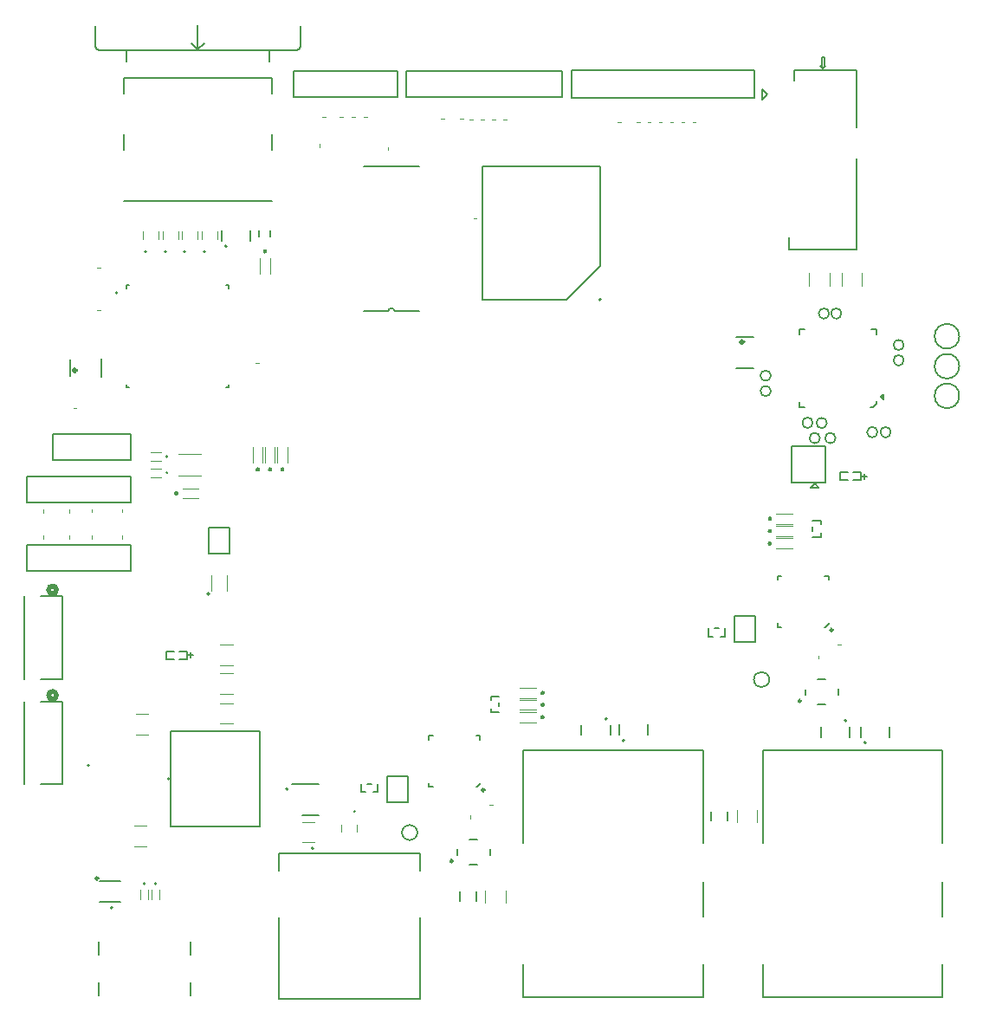
<source format=gto>
G04*
G04 #@! TF.GenerationSoftware,Altium Limited,Altium Designer,18.1.6 (161)*
G04*
G04 Layer_Color=65535*
%FSTAX24Y24*%
%MOIN*%
G70*
G01*
G75*
%ADD10C,0.0060*%
%ADD11C,0.0059*%
%ADD12C,0.0100*%
%ADD13C,0.0157*%
%ADD14C,0.0079*%
%ADD15C,0.0079*%
%ADD16C,0.0200*%
%ADD17C,0.0118*%
%ADD18C,0.0080*%
%ADD19C,0.0039*%
%ADD20C,0.0050*%
%ADD21C,0.0020*%
%ADD22C,0.0070*%
D10*
X04237Y03984D02*
G03*
X04213Y03984I-00012J0D01*
G01*
X059344Y034961D02*
G03*
X059344Y034961I-0002J0D01*
G01*
X059009Y035541D02*
G03*
X059009Y035541I-0002J0D01*
G01*
X058743Y034961D02*
G03*
X058743Y034961I-0002J0D01*
G01*
X058468Y035551D02*
G03*
X058468Y035551I-0002J0D01*
G01*
X033707Y02185D02*
G03*
X033707Y02185I-00003J0D01*
G01*
X040857Y020591D02*
G03*
X040857Y020591I-00003J0D01*
G01*
X060958Y035187D02*
G03*
X060958Y035187I-0002J0D01*
G01*
X059098Y039754D02*
G03*
X059098Y039754I-0002J0D01*
G01*
X056854Y036772D02*
G03*
X056854Y036772I-0002J0D01*
G01*
X06147Y035187D02*
G03*
X06147Y035187I-0002J0D01*
G01*
X056854Y037362D02*
G03*
X056854Y037362I-0002J0D01*
G01*
X05957Y039754D02*
G03*
X05957Y039754I-0002J0D01*
G01*
X064106Y037726D02*
G03*
X064106Y037726I-000474J0D01*
G01*
Y038878D02*
G03*
X064106Y038878I-000474J0D01*
G01*
X061972Y037953D02*
G03*
X061972Y037953I-0002J0D01*
G01*
Y038543D02*
G03*
X061972Y038543I-0002J0D01*
G01*
X064106Y036585D02*
G03*
X064106Y036585I-000474J0D01*
G01*
X032829Y042132D02*
G03*
X032829Y042132I-00003J0D01*
G01*
X033577D02*
G03*
X033577Y042132I-00003J0D01*
G01*
X035073D02*
G03*
X035073Y042132I-00003J0D01*
G01*
X034325D02*
G03*
X034325Y042132I-00003J0D01*
G01*
X04237Y03984D02*
X04333D01*
X04117D02*
X04213D01*
X04117Y0454D02*
X04333D01*
X060158Y042219D02*
Y045719D01*
X057558Y042219D02*
X060158D01*
X057558D02*
Y042669D01*
X060158Y046919D02*
Y049119D01*
X057758D02*
X060158D01*
X057758Y048719D02*
Y049119D01*
X056508Y047969D02*
X056708Y048169D01*
X056508Y047969D02*
Y048369D01*
X056708Y048169D01*
X058858Y049169D02*
X058958Y049269D01*
X058908D02*
X058958D01*
X058908D02*
Y049619D01*
X058808D02*
X058908D01*
X058808Y049269D02*
Y049619D01*
X058758Y049269D02*
X058808D01*
X058758D02*
X058858Y049169D01*
X058937Y033237D02*
Y034637D01*
X057637Y033237D02*
Y034637D01*
X058387Y033062D02*
X058537Y033212D01*
X058687Y033062D01*
X057637Y034637D02*
X058937D01*
X057637Y033237D02*
X058937D01*
X058387Y033062D02*
X058687D01*
X057937Y03914D02*
X058137D01*
X057937Y03894D02*
Y03914D01*
Y03614D02*
X058137D01*
X057937D02*
Y03634D01*
X060736Y03914D02*
X060936D01*
Y03894D02*
Y03914D01*
X060686Y03614D02*
X060786D01*
X060936Y03629D01*
Y03639D01*
X061186Y03644D02*
Y03664D01*
X061087Y03654D02*
X061186Y03664D01*
X061087Y03654D02*
X061186Y03644D01*
X033747Y02003D02*
X037197D01*
Y02367D01*
X033747D02*
X037197D01*
X033747Y02003D02*
Y02367D01*
X028118Y021643D02*
Y024813D01*
X028749Y021643D02*
X029598D01*
Y024813D01*
X028749D02*
X029598D01*
X028749Y028868D02*
X029598D01*
Y025698D02*
Y028868D01*
X028749Y025698D02*
X029598D01*
X028118D02*
Y028868D01*
D11*
X033642Y033622D02*
G03*
X033642Y033622I-00003J0D01*
G01*
Y034252D02*
G03*
X033642Y034252I-00003J0D01*
G01*
X056791Y025669D02*
G03*
X056791Y025669I-000295J0D01*
G01*
X043248Y019783D02*
G03*
X043248Y019783I-000295J0D01*
G01*
X032766Y017825D02*
G03*
X032766Y017825I-00003J0D01*
G01*
X033199D02*
G03*
X033199Y017825I-00003J0D01*
G01*
X038425Y021654D02*
X039449D01*
X038834Y020463D02*
X039464D01*
D12*
X058019Y024847D02*
G03*
X058019Y024847I-00005J0D01*
G01*
X059241Y027581D02*
G03*
X059241Y027581I-00005J0D01*
G01*
X044611Y018687D02*
G03*
X044611Y018687I-00005J0D01*
G01*
X045833Y021422D02*
G03*
X045833Y021422I-00005J0D01*
G01*
X030967Y01802D02*
G03*
X030967Y01802I-00005J0D01*
G01*
D13*
X033972Y032832D02*
G03*
X033972Y032832I-000008J0D01*
G01*
X056817Y030903D02*
G03*
X056817Y030903I-000008J0D01*
G01*
Y031858D02*
G03*
X056817Y031858I-000008J0D01*
G01*
Y031386D02*
G03*
X056817Y031386I-000008J0D01*
G01*
X048069Y024227D02*
G03*
X048069Y024227I-000008J0D01*
G01*
X048071Y02516D02*
G03*
X048071Y02516I-000008J0D01*
G01*
Y024697D02*
G03*
X048071Y024697I-000008J0D01*
G01*
X038056Y033756D02*
G03*
X038056Y033756I-000008J0D01*
G01*
X037111Y033756D02*
G03*
X037111Y033756I-000008J0D01*
G01*
X037583D02*
G03*
X037583Y033756I-000008J0D01*
G01*
X037388Y042148D02*
G03*
X037388Y042148I-000008J0D01*
G01*
D14*
X059764Y024085D02*
G03*
X059764Y024085I-000039J0D01*
G01*
X060512Y023238D02*
G03*
X060512Y023238I-000039J0D01*
G01*
X050551Y024156D02*
G03*
X050551Y024156I-000039J0D01*
G01*
X05122Y023317D02*
G03*
X05122Y023317I-000039J0D01*
G01*
X031516Y01689D02*
G03*
X031516Y01689I-000039J0D01*
G01*
X038273Y021463D02*
G03*
X038273Y021463I-000039J0D01*
G01*
X03063Y022362D02*
G03*
X03063Y022362I-000039J0D01*
G01*
X039252Y019173D02*
G03*
X039252Y019173I-000039J0D01*
G01*
X030866Y05003D02*
G03*
X030984Y049892I000128J-00001D01*
G01*
X038622D02*
G03*
X03874Y05003I-00001J000128D01*
G01*
X050315Y040295D02*
G03*
X050315Y040295I-000039J0D01*
G01*
X031707Y040544D02*
G03*
X031707Y040544I-000039J0D01*
G01*
X03591Y042339D02*
G03*
X03591Y042339I-000039J0D01*
G01*
X032209Y032492D02*
Y033492D01*
X028209Y032492D02*
X032209D01*
X028209Y033492D02*
X032209D01*
X028209Y032492D02*
Y033492D01*
X028224Y029854D02*
Y030854D01*
X032224D01*
X028224Y029854D02*
X032224D01*
Y030854D01*
X029209Y034106D02*
Y035106D01*
Y034106D02*
X032209D01*
Y035106D01*
X029209D02*
X032209D01*
X029209Y034106D02*
Y035106D01*
X055187Y020236D02*
Y020591D01*
X054557Y020236D02*
Y020591D01*
X04488Y017148D02*
Y017502D01*
X04551Y017148D02*
Y017502D01*
X030996Y013504D02*
Y014008D01*
X034516Y013504D02*
Y014008D01*
X030996Y015079D02*
Y015571D01*
X034516Y015079D02*
Y015571D01*
X037913Y018969D02*
X043346D01*
X037913Y013394D02*
X043346D01*
X037913Y018315D02*
Y018969D01*
Y013394D02*
Y016508D01*
X043346Y018315D02*
Y018969D01*
Y013394D02*
Y016508D01*
X055511Y037657D02*
X056181D01*
X055516Y038839D02*
X056176D01*
X029892Y037337D02*
Y037997D01*
X031073Y037332D02*
Y038002D01*
X031949Y046053D02*
Y046644D01*
Y044085D02*
X037657D01*
X031949Y048218D02*
Y048809D01*
X037657Y046053D02*
Y046644D01*
Y048218D02*
Y048809D01*
X037638Y048829D02*
X037657Y048809D01*
X031949Y048829D02*
X037638D01*
X034803Y049911D02*
Y050837D01*
X034567Y050148D02*
X034803Y049911D01*
X035039Y050148D01*
X037539Y049439D02*
Y049892D01*
X032067Y049439D02*
Y049892D01*
X030866Y05001D02*
Y050817D01*
X030984Y049892D02*
X038622D01*
X03874Y05003D02*
Y050817D01*
X048996Y040295D02*
X050276Y041575D01*
Y045413D01*
X045748D02*
X050276D01*
X045748Y040295D02*
Y045413D01*
Y040295D02*
X048996D01*
X038484Y048083D02*
Y049083D01*
X042484D01*
X038484Y048083D02*
X042484D01*
Y049083D01*
X042831Y048083D02*
Y049083D01*
X048831Y048083D02*
Y049083D01*
X042831Y048083D02*
X048831D01*
X042831Y049083D02*
X048831D01*
D15*
X035262Y028969D02*
G03*
X035262Y028969I-00005J0D01*
G01*
D16*
X029358Y025063D02*
G03*
X029358Y025063I-00015J0D01*
G01*
Y029118D02*
G03*
X029358Y029118I-00015J0D01*
G01*
D17*
X055811Y038662D02*
G03*
X055811Y038662I-000064J0D01*
G01*
X030132Y037567D02*
G03*
X030132Y037567I-000064J0D01*
G01*
D18*
X054247Y019389D02*
Y022939D01*
Y013439D02*
Y014729D01*
X047327Y013439D02*
X054247D01*
X047327D02*
Y014729D01*
Y019389D02*
Y022939D01*
X054247D01*
Y016549D02*
Y017889D01*
X063467Y019389D02*
Y022939D01*
Y013439D02*
Y014729D01*
X056547Y013439D02*
X063467D01*
X056547D02*
Y014729D01*
Y019389D02*
Y022939D01*
X063467D01*
Y016549D02*
Y017889D01*
D19*
X032997Y03378D02*
X033381D01*
X032992Y033465D02*
X033376D01*
X03422Y033029D02*
X03483D01*
X034221Y03264D02*
X034831D01*
X034055Y03435D02*
X034928D01*
X034055Y033524D02*
X034921D01*
X032997Y034409D02*
X033381D01*
X032992Y034094D02*
X033376D01*
X055541Y020177D02*
Y02065D01*
X056329Y020177D02*
Y02065D01*
X057065Y0311D02*
X057675D01*
X057065Y032055D02*
X057675D01*
X057066Y031666D02*
X057676D01*
X057066Y030711D02*
X057676D01*
X057065Y031582D02*
X057675D01*
X057066Y031193D02*
X057676D01*
X046652Y017089D02*
Y017561D01*
X045864Y017089D02*
Y017561D01*
X047194Y024419D02*
X047804D01*
X047195Y02403D02*
X047805D01*
X047196Y025352D02*
X047806D01*
X047197Y024963D02*
X047807D01*
X047196Y02489D02*
X047806D01*
X047197Y0245D02*
X047807D01*
X032579Y01721D02*
Y017594D01*
X032894Y017205D02*
Y017589D01*
X033012Y01721D02*
Y017594D01*
X033327Y017205D02*
Y017589D01*
X035669Y025906D02*
X036142D01*
X035669Y025118D02*
X036142D01*
X035669Y027008D02*
X036142D01*
X035669Y02622D02*
X036142D01*
X035912Y029069D02*
Y029669D01*
X035312Y029069D02*
Y029669D01*
X035669Y024764D02*
X036142D01*
X035669Y023976D02*
X036142D01*
X038819Y019409D02*
X039291D01*
X038819Y020197D02*
X039291D01*
X032362Y020039D02*
X032835D01*
X032362Y019252D02*
X032835D01*
X032411Y02435D02*
X032884D01*
X032411Y023563D02*
X032884D01*
X040325Y01982D02*
Y020098D01*
X040925Y01982D02*
Y020098D01*
X059109Y040832D02*
Y041304D01*
X058322Y040832D02*
Y041304D01*
X060369Y040832D02*
Y041304D01*
X059582Y040832D02*
Y041304D01*
X033301Y042624D02*
Y042903D01*
X032701Y042624D02*
Y042903D01*
X033449Y042624D02*
Y042903D01*
X034049Y042624D02*
Y042903D01*
X034945Y042624D02*
Y042903D01*
X035545Y042624D02*
Y042903D01*
X034197Y042624D02*
Y042903D01*
X034797Y042624D02*
Y042903D01*
X03824Y034013D02*
Y034623D01*
X037851Y034012D02*
Y034622D01*
X037296Y034013D02*
Y034623D01*
X036906Y034012D02*
Y034622D01*
X037379Y034012D02*
Y034622D01*
X037768Y034013D02*
Y034623D01*
X037577Y041282D02*
Y041892D01*
X037187Y041281D02*
Y041891D01*
D20*
X059449Y025077D02*
Y025307D01*
X058659Y024705D02*
X058969D01*
X058659Y025689D02*
X058969D01*
X058189Y025297D02*
X058189Y025087D01*
X055466Y028118D02*
X056266D01*
X055466Y027118D02*
Y028118D01*
Y027118D02*
X056266D01*
Y028118D01*
X059075Y027815D02*
Y027845D01*
X058957Y027697D02*
X059075Y027815D01*
X058927Y027697D02*
X058957D01*
X058927Y029665D02*
X059075D01*
Y029517D02*
Y029665D01*
X057106D02*
X057254D01*
X057106Y029517D02*
Y029665D01*
Y027697D02*
Y027845D01*
Y027697D02*
X057254D01*
X058455Y031398D02*
Y031558D01*
Y031791D02*
X05877D01*
Y031634D02*
Y031791D01*
X058455Y031161D02*
X05877D01*
Y031319D01*
X054685Y027638D02*
X054846D01*
X055079Y027323D02*
Y027638D01*
X054921Y027323D02*
X055079D01*
X054449D02*
Y027638D01*
Y027323D02*
X054606D01*
X05989Y023465D02*
Y023858D01*
X058772Y023465D02*
Y023858D01*
X060307Y023465D02*
Y023858D01*
X061425Y023465D02*
Y023858D01*
X046041Y018917D02*
Y019147D01*
X045251Y018545D02*
X045561D01*
X045251Y01953D02*
X045561D01*
X044781Y019137D02*
X044782Y018927D01*
X043699Y021537D02*
X043847D01*
X043699D02*
Y021685D01*
Y023358D02*
Y023506D01*
X043847D01*
X045667Y023358D02*
Y023506D01*
X045519D02*
X045667D01*
X045519Y021537D02*
X045549D01*
X045667Y021656D01*
Y021685D01*
X046081Y024874D02*
Y025032D01*
X046396D01*
X046081Y024402D02*
Y024559D01*
Y024402D02*
X046396D01*
Y024635D02*
Y024795D01*
X050677Y023536D02*
Y02393D01*
X049559Y023536D02*
Y02393D01*
X051016Y023543D02*
Y023937D01*
X052134Y023543D02*
Y023937D01*
X041091Y02135D02*
X041248D01*
X041091D02*
Y021665D01*
X041563Y02135D02*
X041721D01*
Y021665D01*
X041327D02*
X041487D01*
X042878Y020959D02*
Y021959D01*
X042078Y020959D02*
X042878D01*
X042078D02*
Y021959D01*
X042878D01*
X031024Y017913D02*
X031811D01*
X031024Y017126D02*
X031811D01*
X034376Y026464D02*
Y026764D01*
X034076D02*
X034376D01*
X033576D02*
X033876D01*
X033576Y026464D02*
Y026764D01*
Y026464D02*
X033876D01*
X034076D02*
X034376D01*
X034426Y026614D02*
X034626D01*
X034526Y026514D02*
Y026714D01*
X03521Y030504D02*
X03601D01*
Y031504D01*
X03521D02*
X03601D01*
X03521Y030504D02*
Y031504D01*
X060461Y033394D02*
Y033594D01*
X060361Y033494D02*
X060561D01*
X060011Y033344D02*
X060311D01*
X059511D02*
X059811D01*
X059511D02*
Y033644D01*
X059811D01*
X060011D02*
X060311D01*
Y033344D02*
Y033644D01*
X035872Y036902D02*
X035988D01*
X035872Y040839D02*
X035988D01*
X032051Y036902D02*
X032168D01*
X032051Y040839D02*
X032168D01*
X035988Y036902D02*
Y037018D01*
Y040723D02*
Y040839D01*
X032051Y036902D02*
Y037018D01*
Y040723D02*
Y040839D01*
X037169Y042707D02*
Y042935D01*
X037583Y042707D02*
Y042935D01*
X035705Y042565D02*
Y042959D01*
X036823Y042565D02*
Y042959D01*
D21*
X03188Y032106D02*
Y032224D01*
X030709Y031083D02*
Y031201D01*
X03188Y031083D02*
Y031201D01*
X030709Y032106D02*
Y032224D01*
X028858Y032091D02*
Y032209D01*
X028858Y031083D02*
Y031201D01*
X029862Y031083D02*
Y031201D01*
X029862Y032091D02*
Y032209D01*
X058681Y026467D02*
Y026585D01*
X059429Y027018D02*
X059547D01*
X045274Y020317D02*
Y020435D01*
X046022Y020858D02*
X04614D01*
X03001Y036132D02*
X030128D01*
X030929Y039878D02*
X031047D01*
X042126Y046043D02*
Y046161D01*
X045413Y043425D02*
X045532D01*
X037028Y037835D02*
X037146D01*
X039488Y046161D02*
Y04628D01*
X030929Y041502D02*
X031047D01*
X041201Y047323D02*
X041319D01*
X040728D02*
X040846D01*
X040256D02*
X040374D01*
X039587D02*
X039705D01*
X053839Y047126D02*
X053957D01*
X046555Y047205D02*
X046673D01*
X053406Y047126D02*
X053524D01*
X046122Y047205D02*
X04624D01*
X052972Y047126D02*
X053091D01*
X045689Y047205D02*
X045807D01*
X052539Y047126D02*
X052657D01*
X045256Y047205D02*
X045374D01*
X052106Y047126D02*
X052224D01*
X044902Y047244D02*
X04502D01*
X051693Y047116D02*
X051811D01*
X044154Y047244D02*
X044272D01*
X050965Y047126D02*
X051083D01*
D22*
X049171Y048051D02*
X056219D01*
X049171Y049114D02*
X056219D01*
Y048051D02*
Y049114D01*
X049171Y048051D02*
Y049114D01*
M02*

</source>
